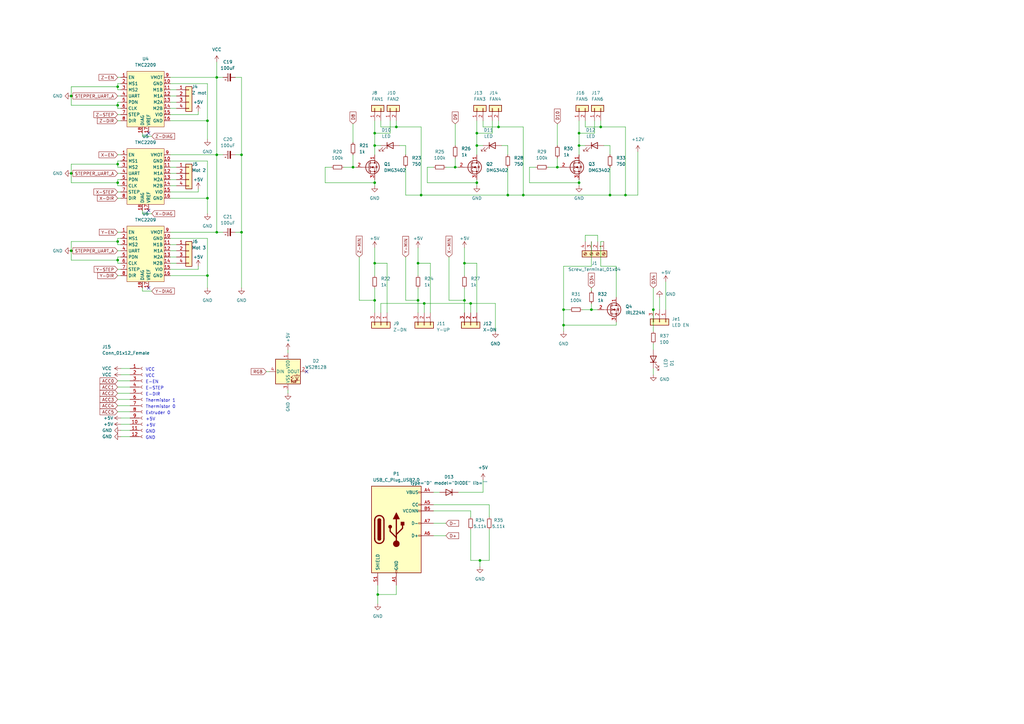
<source format=kicad_sch>
(kicad_sch (version 20230121) (generator eeschema)
  (paper "A3")
  (title_block (title "Prometheus mSLA Apollo IO Schematics") (date "2022-11-11") (rev "R4") (company "TheContrappostoShop") (comment 1 "Paul S. and Sam B."))
  (lib_symbols
    (symbol "Connector:Conn_01x12_Female" (pin_names (offset 1.016) hide)
      (property "Reference" "J" (at 0 15.24 0))
      (property "Value" "Conn_01x12_Female" (at 0 -17.78 0))
      (symbol "Conn_01x12_Female_1_1"
        (pin passive line (at -5.08 12.7 0) (length 3.81) (name "Pin_1") (number "1"))
        (pin passive line (at -5.08 -10.16 0) (length 3.81) (name "Pin_10") (number "10"))
        (pin passive line (at -5.08 -12.7 0) (length 3.81) (name "Pin_11") (number "11"))
        (pin passive line (at -5.08 -15.24 0) (length 3.81) (name "Pin_12") (number "12"))
        (pin passive line (at -5.08 10.16 0) (length 3.81) (name "Pin_2") (number "2"))
        (pin passive line (at -5.08 7.62 0) (length 3.81) (name "Pin_3") (number "3"))
        (pin passive line (at -5.08 5.08 0) (length 3.81) (name "Pin_4") (number "4"))
        (pin passive line (at -5.08 2.54 0) (length 3.81) (name "Pin_5") (number "5"))
        (pin passive line (at -5.08 0 0) (length 3.81) (name "Pin_6") (number "6"))
        (pin passive line (at -5.08 -2.54 0) (length 3.81) (name "Pin_7") (number "7"))
        (pin passive line (at -5.08 -5.08 0) (length 3.81) (name "Pin_8") (number "8"))
        (pin passive line (at -5.08 -7.62 0) (length 3.81) (name "Pin_9") (number "9"))
      )
    )
    (symbol "Connector:Screw_Terminal_01x04" (pin_names (offset 1.016) hide)
      (property "Reference" "J" (at 0 5.08 0))
      (property "Value" "Screw_Terminal_01x04" (at 0 -7.62 0))
      (symbol "Screw_Terminal_01x04_1_1"
        (pin passive line (at -5.08 2.54 0) (length 3.81) (name "Pin_1") (number "1"))
        (pin passive line (at -5.08 0 0) (length 3.81) (name "Pin_2") (number "2"))
        (pin passive line (at -5.08 -2.54 0) (length 3.81) (name "Pin_3") (number "3"))
        (pin passive line (at -5.08 -5.08 0) (length 3.81) (name "Pin_4") (number "4"))
      )
    )
    (symbol "Connector:USB_C_Plug_USB2.0" (pin_names (offset 1.016))
      (property "Reference" "P" (at -10.16 19.05 0))
      (property "Value" "USB_C_Plug_USB2.0" (at 12.7 19.05 0))
      (symbol "USB_C_Plug_USB2.0_1_1"
        (pin passive line (at 0 -22.86 90) (length 5.08) (name "GND") (number "A1"))
        (pin passive line (at 0 -22.86 90) (length 5.08) hide (name "GND") (number "A12"))
        (pin passive line (at 15.24 15.24 180) (length 5.08) (name "VBUS") (number "A4"))
        (pin bidirectional line (at 15.24 10.16 180) (length 5.08) (name "CC") (number "A5"))
        (pin bidirectional line (at 15.24 -2.54 180) (length 5.08) (name "D+") (number "A6"))
        (pin bidirectional line (at 15.24 2.54 180) (length 5.08) (name "D-") (number "A7"))
        (pin passive line (at 15.24 15.24 180) (length 5.08) hide (name "VBUS") (number "A9"))
        (pin passive line (at 0 -22.86 90) (length 5.08) hide (name "GND") (number "B1"))
        (pin passive line (at 0 -22.86 90) (length 5.08) hide (name "GND") (number "B12"))
        (pin passive line (at 15.24 15.24 180) (length 5.08) hide (name "VBUS") (number "B4"))
        (pin bidirectional line (at 15.24 7.62 180) (length 5.08) (name "VCONN") (number "B5"))
        (pin passive line (at 15.24 15.24 180) (length 5.08) hide (name "VBUS") (number "B9"))
        (pin passive line (at -7.62 -22.86 90) (length 5.08) (name "SHIELD") (number "S1"))
      )
    )
    (symbol "Connector_Generic:Conn_01x02" (pin_names (offset 1.016) hide)
      (property "Reference" "J" (at 0 2.54 0))
      (property "Value" "Conn_01x02" (at 0 -5.08 0))
      (symbol "Conn_01x02_1_1"
        (pin passive line (at -5.08 0 0) (length 3.81) (name "Pin_1") (number "1"))
        (pin passive line (at -5.08 -2.54 0) (length 3.81) (name "Pin_2") (number "2"))
      )
    )
    (symbol "Connector_Generic:Conn_01x03" (pin_names (offset 1.016) hide)
      (property "Reference" "J" (at 0 5.08 0))
      (property "Value" "Conn_01x03" (at 0 -5.08 0))
      (symbol "Conn_01x03_1_1"
        (pin passive line (at -5.08 2.54 0) (length 3.81) (name "Pin_1") (number "1"))
        (pin passive line (at -5.08 0 0) (length 3.81) (name "Pin_2") (number "2"))
        (pin passive line (at -5.08 -2.54 0) (length 3.81) (name "Pin_3") (number "3"))
      )
    )
    (symbol "Connector_Generic:Conn_01x04" (pin_names (offset 1.016) hide)
      (property "Reference" "J" (at 0 5.08 0))
      (property "Value" "Conn_01x04" (at 0 -7.62 0))
      (symbol "Conn_01x04_1_1"
        (pin passive line (at -5.08 2.54 0) (length 3.81) (name "Pin_1") (number "1"))
        (pin passive line (at -5.08 0 0) (length 3.81) (name "Pin_2") (number "2"))
        (pin passive line (at -5.08 -2.54 0) (length 3.81) (name "Pin_3") (number "3"))
        (pin passive line (at -5.08 -5.08 0) (length 3.81) (name "Pin_4") (number "4"))
      )
    )
    (symbol "Device:C_Polarized_Small" (pin_numbers hide) (pin_names (offset 0.254) hide)
      (property "Reference" "C" (at 0.254 1.778 0))
      (property "Value" "C_Polarized_Small" (at 0.254 -2.032 0))
      (symbol "C_Polarized_Small_1_1"
        (pin passive line (at 0 2.54 270) (length 1.8542) (name "~") (number "1"))
        (pin passive line (at 0 -2.54 90) (length 1.8542) (name "~") (number "2"))
      )
    )
    (symbol "Device:LED" (pin_numbers hide) (pin_names (offset 1.016) hide)
      (property "Reference" "D" (at 0 2.54 0))
      (property "Value" "LED" (at 0 -2.54 0))
      (symbol "LED_1_1"
        (pin passive line (at -3.81 0 0) (length 2.54) (name "K") (number "1"))
        (pin passive line (at 3.81 0 180) (length 2.54) (name "A") (number "2"))
      )
    )
    (symbol "Device:Q_NMOS_DGS" (pin_names (offset 0) hide)
      (property "Reference" "Q" (at 5.08 1.27 0))
      (property "Value" "Q_NMOS_DGS" (at 5.08 -1.27 0))
      (symbol "Q_NMOS_DGS_1_1"
        (pin passive line (at 2.54 5.08 270) (length 2.54) (name "D") (number "1"))
        (pin input line (at -5.08 0 0) (length 2.54) (name "G") (number "2"))
        (pin passive line (at 2.54 -5.08 90) (length 2.54) (name "S") (number "3"))
      )
    )
    (symbol "Device:R_Small" (pin_numbers hide) (pin_names (offset 0.254) hide)
      (property "Reference" "R" (at 0.762 0.508 0))
      (property "Value" "R_Small" (at 0.762 -1.016 0))
      (symbol "R_Small_1_1"
        (pin passive line (at 0 2.54 270) (length 0.762) (name "~") (number "1"))
        (pin passive line (at 0 -2.54 90) (length 0.762) (name "~") (number "2"))
      )
    )
    (symbol "LED:WS2812B" (pin_names (offset 0.254))
      (property "Reference" "D" (at 5.08 5.715 0))
      (property "Value" "WS2812B" (at 1.27 -5.715 0))
      (symbol "WS2812B_0_0"
        (text "RGB" (at 2.286 -4.191 0) (effects (font (size 0.762 0.762))))
      )
      (symbol "WS2812B_1_1"
        (pin power_in line (at 0 7.62 270) (length 2.54) (name "VDD") (number "1"))
        (pin output line (at 7.62 0 180) (length 2.54) (name "DOUT") (number "2"))
        (pin power_in line (at 0 -7.62 90) (length 2.54) (name "VSS") (number "3"))
        (pin input line (at -7.62 0 0) (length 2.54) (name "DIN") (number "4"))
      )
    )
    (symbol "Prometheus:TMC2209_SilentStepStick"
      (property "Reference" "U5" (at 0 15.24 0))
      (property "Value" "TMC2209_SilentStepStick" (at 0 12.7 0))
      (symbol "TMC2209_SilentStepStick_1_1"
        (pin input line (at -10.16 7.62 0) (length 2.54) (name "EN") (number "1"))
        (pin input line (at 10.16 5.08 180) (length 2.54) (name "GND") (number "10"))
        (pin input line (at 10.16 2.54 180) (length 2.54) (name "M1B") (number "11"))
        (pin input line (at 10.16 0 180) (length 2.54) (name "M1A") (number "12"))
        (pin input line (at 10.16 -2.54 180) (length 2.54) (name "M2A") (number "13"))
        (pin input line (at 10.16 -5.08 180) (length 2.54) (name "M2B") (number "14"))
        (pin input line (at 10.16 -7.62 180) (length 2.54) (name "VIO") (number "15"))
        (pin input line (at 10.16 -10.16 180) (length 2.54) (name "GND") (number "16"))
        (pin bidirectional line (at 1.27 -15.24 90) (length 2.54) (name "VREF") (number "17"))
        (pin input line (at -1.27 -15.24 90) (length 2.54) (name "DIAG") (number "18"))
        (pin input line (at -10.16 5.08 0) (length 2.54) (name "MS1") (number "2"))
        (pin input line (at -10.16 2.54 0) (length 2.54) (name "MS2") (number "3"))
        (pin input line (at -10.16 0 0) (length 2.54) (name "UART") (number "4"))
        (pin input line (at -10.16 -2.54 0) (length 2.54) (name "PDN") (number "5"))
        (pin input line (at -10.16 -5.08 0) (length 2.54) (name "CLK") (number "6"))
        (pin input line (at -10.16 -7.62 0) (length 2.54) (name "STEP") (number "7"))
        (pin input line (at -10.16 -10.16 0) (length 2.54) (name "DIR") (number "8"))
        (pin input line (at 10.16 7.62 180) (length 2.54) (name "VMOT") (number "9"))
      )
    )
    (symbol "Simulation_SPICE:DIODE" (pin_numbers hide) (pin_names (offset 1.016) hide)
      (property "Reference" "D" (at 0 2.54 0))
      (property "Value" "DIODE" (at 0 -2.54 0))
      (symbol "DIODE_1_1"
        (pin passive line (at -3.81 0 0) (length 2.54) (name "A") (number "1"))
        (pin passive line (at 3.81 0 180) (length 2.54) (name "K") (number "2"))
      )
    )
    (symbol "TMC2209_SilentStepStick_1"
      (property "Reference" "U5" (at 0 15.24 0))
      (property "Value" "TMC2209_SilentStepStick" (at 0 12.7 0))
      (symbol "TMC2209_SilentStepStick_1_1_1"
        (pin input line (at -10.16 7.62 0) (length 2.54) (name "EN") (number "1"))
        (pin input line (at 10.16 5.08 180) (length 2.54) (name "GND") (number "10"))
        (pin input line (at 10.16 2.54 180) (length 2.54) (name "M1B") (number "11"))
        (pin input line (at 10.16 0 180) (length 2.54) (name "M1A") (number "12"))
        (pin input line (at 10.16 -2.54 180) (length 2.54) (name "M2A") (number "13"))
        (pin input line (at 10.16 -5.08 180) (length 2.54) (name "M2B") (number "14"))
        (pin input line (at 10.16 -7.62 180) (length 2.54) (name "VIO") (number "15"))
        (pin input line (at 10.16 -10.16 180) (length 2.54) (name "GND") (number "16"))
        (pin bidirectional line (at 1.27 -15.24 90) (length 2.54) (name "VREF") (number "17"))
        (pin input line (at -1.27 -15.24 90) (length 2.54) (name "DIAG") (number "18"))
        (pin input line (at -10.16 5.08 0) (length 2.54) (name "MS1") (number "2"))
        (pin input line (at -10.16 2.54 0) (length 2.54) (name "MS2") (number "3"))
        (pin input line (at -10.16 0 0) (length 2.54) (name "UART") (number "4"))
        (pin input line (at -10.16 -2.54 0) (length 2.54) (name "PDN") (number "5"))
        (pin input line (at -10.16 -5.08 0) (length 2.54) (name "CLK") (number "6"))
        (pin input line (at -10.16 -7.62 0) (length 2.54) (name "STEP") (number "7"))
        (pin input line (at -10.16 -10.16 0) (length 2.54) (name "DIR") (number "8"))
        (pin input line (at 10.16 7.62 180) (length 2.54) (name "VMOT") (number "9"))
      )
    )
    (symbol "TMC2209_SilentStepStick_2"
      (property "Reference" "U5" (at 0 15.24 0))
      (property "Value" "TMC2209_SilentStepStick" (at 0 12.7 0))
      (symbol "TMC2209_SilentStepStick_2_1_1"
        (pin input line (at -10.16 7.62 0) (length 2.54) (name "EN") (number "1"))
        (pin input line (at 10.16 5.08 180) (length 2.54) (name "GND") (number "10"))
        (pin input line (at 10.16 2.54 180) (length 2.54) (name "M1B") (number "11"))
        (pin input line (at 10.16 0 180) (length 2.54) (name "M1A") (number "12"))
        (pin input line (at 10.16 -2.54 180) (length 2.54) (name "M2A") (number "13"))
        (pin input line (at 10.16 -5.08 180) (length 2.54) (name "M2B") (number "14"))
        (pin input line (at 10.16 -7.62 180) (length 2.54) (name "VIO") (number "15"))
        (pin input line (at 10.16 -10.16 180) (length 2.54) (name "GND") (number "16"))
        (pin bidirectional line (at 1.27 -15.24 90) (length 2.54) (name "VREF") (number "17"))
        (pin input line (at -1.27 -15.24 90) (length 2.54) (name "DIAG") (number "18"))
        (pin input line (at -10.16 5.08 0) (length 2.54) (name "MS1") (number "2"))
        (pin input line (at -10.16 2.54 0) (length 2.54) (name "MS2") (number "3"))
        (pin input line (at -10.16 0 0) (length 2.54) (name "UART") (number "4"))
        (pin input line (at -10.16 -2.54 0) (length 2.54) (name "PDN") (number "5"))
        (pin input line (at -10.16 -5.08 0) (length 2.54) (name "CLK") (number "6"))
        (pin input line (at -10.16 -7.62 0) (length 2.54) (name "STEP") (number "7"))
        (pin input line (at -10.16 -10.16 0) (length 2.54) (name "DIR") (number "8"))
        (pin input line (at 10.16 7.62 180) (length 2.54) (name "VMOT") (number "9"))
      )
    )
    (symbol "power:+12V" (power) (pin_names (offset 0))
      (property "Value" "+12V" (at 0 3.556 0))
      (symbol "+12V_1_1"
        (pin power_in line (at 0 0 90) (length 0) hide (name "+12V") (number "1"))
      )
    )
    (symbol "power:+5V" (power) (pin_names (offset 0))
      (property "Value" "+5V" (at 0 3.556 0))
      (symbol "+5V_1_1"
        (pin power_in line (at 0 0 90) (length 0) hide (name "+5V") (number "1"))
      )
    )
    (symbol "power:GND" (power) (pin_names (offset 0))
      (property "Value" "GND" (at 0 -3.81 0))
      (symbol "GND_1_1"
        (pin power_in line (at 0 0 270) (length 0) hide (name "GND") (number "1"))
      )
    )
    (symbol "power:VCC" (power) (pin_names (offset 0))
      (property "Value" "VCC" (at 0 3.81 0))
      (symbol "VCC_1_1"
        (pin power_in line (at 0 0 90) (length 0) hide (name "VCC") (number "1"))
      )
    )
  )
  (junction (at 88.9 63.5))
  (junction (at 85.09 81.28))
  (junction (at 162.56 52.07))
  (junction (at 171.45 107.95))
  (junction (at 48.26 106.68))
  (junction (at 204.47 52.07))
  (junction (at 171.45 123.19))
  (junction (at 85.09 49.53))
  (junction (at 172.72 80.01))
  (junction (at 173.99 124.46))
  (junction (at 99.06 63.5))
  (junction (at 237.49 74.93))
  (junction (at 256.54 80.01))
  (junction (at 246.38 52.07))
  (junction (at 250.19 80.01))
  (junction (at 193.04 124.46))
  (junction (at 237.49 54.61))
  (junction (at 144.78 68.58))
  (junction (at 195.58 74.93))
  (junction (at 48.26 67.31))
  (junction (at 29.21 102.87))
  (junction (at 29.21 39.37))
  (junction (at 99.06 95.25))
  (junction (at 214.63 80.01))
  (junction (at 231.14 127))
  (junction (at 190.5 123.19))
  (junction (at 196.85 229.87))
  (junction (at 48.26 99.06))
  (junction (at 208.28 80.01))
  (junction (at 29.21 71.12))
  (junction (at 48.26 74.93))
  (junction (at 85.09 113.03))
  (junction (at 88.9 95.25))
  (junction (at 153.67 54.61))
  (junction (at 237.49 59.69))
  (junction (at 153.67 123.19))
  (junction (at 267.97 127))
  (junction (at 153.67 74.93))
  (junction (at 48.26 43.18))
  (junction (at 153.67 107.95))
  (junction (at 153.67 59.69))
  (junction (at 48.26 35.56))
  (junction (at 186.69 68.58))
  (junction (at 228.6 68.58))
  (junction (at 242.57 127))
  (junction (at 154.94 243.84))
  (junction (at 231.14 133.35))
  (junction (at 195.58 54.61))
  (junction (at 195.58 59.69))
  (junction (at 88.9 31.75))
  (junction (at 190.5 107.95))
  (no_connect (at 60.96 54.61))
  (no_connect (at 125.73 152.4))
  (no_connect (at 60.96 86.36))
  (no_connect (at 60.96 118.11))
  (wire (pts (xy 140.97 68.58) (xy 144.78 68.58)))
  (wire (pts (xy 177.8 207.01) (xy 200.66 207.01)))
  (wire (pts (xy 85.09 113.03) (xy 69.85 113.03)))
  (wire (pts (xy 238.76 127) (xy 242.57 127)))
  (wire (pts (xy 231.14 133.35) (xy 231.14 135.89)))
  (wire (pts (xy 240.03 96.52) (xy 245.11 96.52)))
  (wire (pts (xy 172.72 52.07) (xy 172.72 80.01)))
  (wire (pts (xy 81.28 45.72) (xy 81.28 46.99)))
  (wire (pts (xy 250.19 68.58) (xy 250.19 80.01)))
  (wire (pts (xy 81.28 78.74) (xy 69.85 78.74)))
  (wire (pts (xy 195.58 128.27) (xy 195.58 107.95)))
  (wire (pts (xy 224.79 68.58) (xy 228.6 68.58)))
  (wire (pts (xy 171.45 101.6) (xy 171.45 107.95)))
  (wire (pts (xy 153.67 54.61) (xy 153.67 59.69)))
  (wire (pts (xy 204.47 52.07) (xy 204.47 49.53)))
  (wire (pts (xy 85.09 97.79) (xy 85.09 113.03)))
  (wire (pts (xy 186.69 50.8) (xy 186.69 59.69)))
  (wire (pts (xy 153.67 74.93) (xy 153.67 76.2)))
  (wire (pts (xy 156.21 124.46) (xy 173.99 124.46)))
  (wire (pts (xy 195.58 73.66) (xy 195.58 74.93)))
  (wire (pts (xy 182.88 68.58) (xy 186.69 68.58)))
  (wire (pts (xy 243.84 49.53) (xy 243.84 54.61)))
  (wire (pts (xy 245.11 96.52) (xy 245.11 99.06)))
  (wire (pts (xy 198.12 201.93) (xy 187.96 201.93)))
  (wire (pts (xy 196.85 229.87) (xy 196.85 232.41)))
  (wire (pts (xy 147.32 105.41) (xy 147.32 123.19)))
  (wire (pts (xy 228.6 50.8) (xy 228.6 59.69)))
  (wire (pts (xy 193.04 128.27) (xy 193.04 124.46)))
  (wire (pts (xy 162.56 243.84) (xy 154.94 243.84)))
  (wire (pts (xy 72.39 73.66) (xy 69.85 73.66)))
  (wire (pts (xy 198.12 196.85) (xy 198.12 201.93)))
  (wire (pts (xy 261.62 62.23) (xy 261.62 80.01)))
  (wire (pts (xy 62.23 55.88) (xy 58.42 55.88)))
  (wire (pts (xy 48.26 106.68) (xy 48.26 107.95)))
  (wire (pts (xy 49.53 173.99) (xy 53.34 173.99)))
  (wire (pts (xy 69.85 63.5) (xy 88.9 63.5)))
  (wire (pts (xy 29.21 102.87) (xy 29.21 99.06)))
  (wire (pts (xy 237.49 54.61) (xy 237.49 59.69)))
  (wire (pts (xy 48.26 97.79) (xy 48.26 99.06)))
  (wire (pts (xy 72.39 76.2) (xy 69.85 76.2)))
  (wire (pts (xy 153.67 59.69) (xy 153.67 63.5)))
  (wire (pts (xy 242.57 124.46) (xy 242.57 127)))
  (wire (pts (xy 48.26 78.74) (xy 49.53 78.74)))
  (wire (pts (xy 252.73 109.22) (xy 252.73 121.92)))
  (wire (pts (xy 267.97 151.13) (xy 267.97 153.67)))
  (wire (pts (xy 240.03 99.06) (xy 240.03 96.52)))
  (wire (pts (xy 69.85 34.29) (xy 85.09 34.29)))
  (wire (pts (xy 154.94 240.03) (xy 154.94 243.84)))
  (wire (pts (xy 186.69 64.77) (xy 186.69 68.58)))
  (wire (pts (xy 166.37 105.41) (xy 166.37 123.19)))
  (wire (pts (xy 217.17 74.93) (xy 237.49 74.93)))
  (wire (pts (xy 237.49 49.53) (xy 237.49 54.61)))
  (wire (pts (xy 162.56 52.07) (xy 172.72 52.07)))
  (wire (pts (xy 177.8 214.63) (xy 182.88 214.63)))
  (wire (pts (xy 203.2 135.89) (xy 203.2 124.46)))
  (wire (pts (xy 48.26 106.68) (xy 29.21 106.68)))
  (wire (pts (xy 242.57 109.22) (xy 242.57 99.06)))
  (wire (pts (xy 48.26 44.45) (xy 48.26 43.18)))
  (wire (pts (xy 214.63 52.07) (xy 214.63 80.01)))
  (wire (pts (xy 81.28 110.49) (xy 69.85 110.49)))
  (wire (pts (xy 173.99 124.46) (xy 173.99 128.27)))
  (wire (pts (xy 48.26 39.37) (xy 49.53 39.37)))
  (wire (pts (xy 256.54 80.01) (xy 250.19 80.01)))
  (wire (pts (xy 88.9 95.25) (xy 88.9 63.5)))
  (wire (pts (xy 29.21 74.93) (xy 29.21 71.12)))
  (wire (pts (xy 133.35 74.93) (xy 153.67 74.93)))
  (wire (pts (xy 204.47 52.07) (xy 214.63 52.07)))
  (wire (pts (xy 198.12 59.69) (xy 195.58 59.69)))
  (wire (pts (xy 85.09 49.53) (xy 69.85 49.53)))
  (wire (pts (xy 48.26 107.95) (xy 49.53 107.95)))
  (wire (pts (xy 153.67 118.11) (xy 153.67 123.19)))
  (wire (pts (xy 171.45 107.95) (xy 171.45 113.03)))
  (wire (pts (xy 48.26 156.21) (xy 53.34 156.21)))
  (wire (pts (xy 49.53 151.13) (xy 53.34 151.13)))
  (wire (pts (xy 158.75 107.95) (xy 153.67 107.95)))
  (wire (pts (xy 246.38 52.07) (xy 246.38 49.53)))
  (wire (pts (xy 153.67 123.19) (xy 153.67 128.27)))
  (wire (pts (xy 69.85 97.79) (xy 85.09 97.79)))
  (wire (pts (xy 72.39 107.95) (xy 69.85 107.95)))
  (wire (pts (xy 144.78 50.8) (xy 144.78 58.42)))
  (wire (pts (xy 190.5 118.11) (xy 190.5 123.19)))
  (wire (pts (xy 99.06 63.5) (xy 99.06 95.25)))
  (wire (pts (xy 201.93 49.53) (xy 201.93 54.61)))
  (wire (pts (xy 166.37 123.19) (xy 171.45 123.19)))
  (wire (pts (xy 135.89 68.58) (xy 133.35 68.58)))
  (wire (pts (xy 49.53 105.41) (xy 48.26 105.41)))
  (wire (pts (xy 231.14 127) (xy 233.68 127)))
  (wire (pts (xy 85.09 66.04) (xy 85.09 81.28)))
  (wire (pts (xy 261.62 80.01) (xy 256.54 80.01)))
  (wire (pts (xy 88.9 31.75) (xy 91.44 31.75)))
  (wire (pts (xy 250.19 59.69) (xy 250.19 63.5)))
  (wire (pts (xy 147.32 123.19) (xy 153.67 123.19)))
  (wire (pts (xy 48.26 81.28) (xy 49.53 81.28)))
  (wire (pts (xy 72.39 36.83) (xy 69.85 36.83)))
  (wire (pts (xy 247.65 99.06) (xy 246.38 99.06)))
  (wire (pts (xy 214.63 80.01) (xy 208.28 80.01)))
  (wire (pts (xy 267.97 118.11) (xy 267.97 127)))
  (wire (pts (xy 88.9 31.75) (xy 88.9 25.4)))
  (wire (pts (xy 195.58 74.93) (xy 195.58 76.2)))
  (wire (pts (xy 49.53 97.79) (xy 48.26 97.79)))
  (wire (pts (xy 177.8 219.71) (xy 182.88 219.71)))
  (wire (pts (xy 198.12 49.53) (xy 198.12 52.07)))
  (wire (pts (xy 48.26 113.03) (xy 49.53 113.03)))
  (wire (pts (xy 156.21 128.27) (xy 156.21 124.46)))
  (wire (pts (xy 156.21 59.69) (xy 153.67 59.69)))
  (wire (pts (xy 243.84 54.61) (xy 237.49 54.61)))
  (wire (pts (xy 48.26 102.87) (xy 49.53 102.87)))
  (wire (pts (xy 99.06 31.75) (xy 99.06 63.5)))
  (wire (pts (xy 99.06 95.25) (xy 99.06 118.11)))
  (wire (pts (xy 195.58 54.61) (xy 195.58 59.69)))
  (wire (pts (xy 240.03 52.07) (xy 246.38 52.07)))
  (wire (pts (xy 48.26 76.2) (xy 48.26 74.93)))
  (wire (pts (xy 231.14 109.22) (xy 231.14 127)))
  (wire (pts (xy 81.28 109.22) (xy 81.28 110.49)))
  (wire (pts (xy 176.53 107.95) (xy 171.45 107.95)))
  (wire (pts (xy 166.37 59.69) (xy 163.83 59.69)))
  (wire (pts (xy 48.26 99.06) (xy 48.26 100.33)))
  (wire (pts (xy 172.72 80.01) (xy 208.28 80.01)))
  (wire (pts (xy 48.26 71.12) (xy 49.53 71.12)))
  (wire (pts (xy 153.67 107.95) (xy 153.67 113.03)))
  (wire (pts (xy 176.53 128.27) (xy 176.53 107.95)))
  (wire (pts (xy 166.37 80.01) (xy 172.72 80.01)))
  (wire (pts (xy 158.75 128.27) (xy 158.75 107.95)))
  (wire (pts (xy 190.5 101.6) (xy 190.5 107.95)))
  (wire (pts (xy 29.21 106.68) (xy 29.21 102.87)))
  (wire (pts (xy 85.09 57.15) (xy 85.09 49.53)))
  (wire (pts (xy 58.42 87.63) (xy 62.23 87.63)))
  (wire (pts (xy 133.35 68.58) (xy 133.35 74.93)))
  (wire (pts (xy 48.26 166.37) (xy 53.34 166.37)))
  (wire (pts (xy 69.85 95.25) (xy 88.9 95.25)))
  (wire (pts (xy 49.53 176.53) (xy 53.34 176.53)))
  (wire (pts (xy 109.22 152.4) (xy 110.49 152.4)))
  (wire (pts (xy 193.04 229.87) (xy 196.85 229.87)))
  (wire (pts (xy 246.38 109.22) (xy 252.73 109.22)))
  (wire (pts (xy 195.58 59.69) (xy 195.58 63.5)))
  (wire (pts (xy 195.58 49.53) (xy 195.58 54.61)))
  (wire (pts (xy 72.39 71.12) (xy 69.85 71.12)))
  (wire (pts (xy 177.8 68.58) (xy 175.26 68.58)))
  (wire (pts (xy 144.78 63.5) (xy 144.78 68.58)))
  (wire (pts (xy 208.28 80.01) (xy 208.28 68.58)))
  (wire (pts (xy 48.26 100.33) (xy 49.53 100.33)))
  (wire (pts (xy 166.37 63.5) (xy 166.37 59.69)))
  (wire (pts (xy 242.57 118.11) (xy 242.57 119.38)))
  (wire (pts (xy 48.26 95.25) (xy 49.53 95.25)))
  (wire (pts (xy 29.21 67.31) (xy 48.26 67.31)))
  (wire (pts (xy 154.94 243.84) (xy 154.94 247.65)))
  (wire (pts (xy 48.26 46.99) (xy 49.53 46.99)))
  (wire (pts (xy 48.26 74.93) (xy 48.26 73.66)))
  (wire (pts (xy 96.52 31.75) (xy 99.06 31.75)))
  (wire (pts (xy 48.26 36.83) (xy 48.26 35.56)))
  (wire (pts (xy 196.85 229.87) (xy 200.66 229.87)))
  (wire (pts (xy 242.57 127) (xy 245.11 127)))
  (wire (pts (xy 166.37 68.58) (xy 166.37 80.01)))
  (wire (pts (xy 193.04 209.55) (xy 177.8 209.55)))
  (wire (pts (xy 267.97 127) (xy 267.97 135.89)))
  (wire (pts (xy 85.09 118.11) (xy 85.09 113.03)))
  (wire (pts (xy 48.26 41.91) (xy 49.53 41.91)))
  (wire (pts (xy 156.21 49.53) (xy 156.21 52.07)))
  (wire (pts (xy 49.53 171.45) (xy 53.34 171.45)))
  (wire (pts (xy 153.67 73.66) (xy 153.67 74.93)))
  (wire (pts (xy 48.26 110.49) (xy 49.53 110.49)))
  (wire (pts (xy 58.42 118.11) (xy 58.42 119.38)))
  (wire (pts (xy 48.26 31.75) (xy 49.53 31.75)))
  (wire (pts (xy 252.73 133.35) (xy 231.14 133.35)))
  (wire (pts (xy 208.28 63.5) (xy 208.28 59.69)))
  (wire (pts (xy 85.09 81.28) (xy 85.09 87.63)))
  (wire (pts (xy 240.03 59.69) (xy 237.49 59.69)))
  (wire (pts (xy 231.14 133.35) (xy 231.14 127)))
  (wire (pts (xy 88.9 63.5) (xy 91.44 63.5)))
  (wire (pts (xy 153.67 101.6) (xy 153.67 107.95)))
  (wire (pts (xy 85.09 34.29) (xy 85.09 49.53)))
  (wire (pts (xy 81.28 46.99) (xy 69.85 46.99)))
  (wire (pts (xy 190.5 123.19) (xy 190.5 128.27)))
  (wire (pts (xy 69.85 31.75) (xy 88.9 31.75)))
  (wire (pts (xy 48.26 66.04) (xy 49.53 66.04)))
  (wire (pts (xy 184.15 123.19) (xy 190.5 123.19)))
  (wire (pts (xy 49.53 36.83) (xy 48.26 36.83)))
  (wire (pts (xy 231.14 109.22) (xy 242.57 109.22)))
  (wire (pts (xy 96.52 95.25) (xy 99.06 95.25)))
  (wire (pts (xy 96.52 63.5) (xy 99.06 63.5)))
  (wire (pts (xy 252.73 132.08) (xy 252.73 133.35)))
  (wire (pts (xy 153.67 49.53) (xy 153.67 54.61)))
  (wire (pts (xy 29.21 71.12) (xy 29.21 67.31)))
  (wire (pts (xy 193.04 124.46) (xy 173.99 124.46)))
  (wire (pts (xy 219.71 68.58) (xy 217.17 68.58)))
  (wire (pts (xy 48.26 34.29) (xy 49.53 34.29)))
  (wire (pts (xy 237.49 59.69) (xy 237.49 63.5)))
  (wire (pts (xy 228.6 68.58) (xy 229.87 68.58)))
  (wire (pts (xy 246.38 52.07) (xy 256.54 52.07)))
  (wire (pts (xy 48.26 73.66) (xy 49.53 73.66)))
  (wire (pts (xy 72.39 39.37) (xy 69.85 39.37)))
  (wire (pts (xy 200.66 229.87) (xy 200.66 217.17)))
  (wire (pts (xy 195.58 107.95) (xy 190.5 107.95)))
  (wire (pts (xy 160.02 54.61) (xy 153.67 54.61)))
  (wire (pts (xy 118.11 160.02) (xy 118.11 161.29)))
  (wire (pts (xy 256.54 52.07) (xy 256.54 80.01)))
  (wire (pts (xy 171.45 118.11) (xy 171.45 123.19)))
  (wire (pts (xy 48.26 43.18) (xy 29.21 43.18)))
  (wire (pts (xy 201.93 54.61) (xy 195.58 54.61)))
  (wire (pts (xy 48.26 161.29) (xy 53.34 161.29)))
  (wire (pts (xy 144.78 68.58) (xy 146.05 68.58)))
  (wire (pts (xy 72.39 44.45) (xy 69.85 44.45)))
  (wire (pts (xy 203.2 124.46) (xy 193.04 124.46)))
  (wire (pts (xy 81.28 77.47) (xy 81.28 78.74)))
  (wire (pts (xy 208.28 59.69) (xy 205.74 59.69)))
  (wire (pts (xy 175.26 68.58) (xy 175.26 74.93)))
  (wire (pts (xy 72.39 41.91) (xy 69.85 41.91)))
  (wire (pts (xy 171.45 123.19) (xy 171.45 128.27)))
  (wire (pts (xy 48.26 105.41) (xy 48.26 106.68)))
  (wire (pts (xy 270.51 121.92) (xy 270.51 127)))
  (wire (pts (xy 48.26 49.53) (xy 49.53 49.53)))
  (wire (pts (xy 72.39 102.87) (xy 69.85 102.87)))
  (wire (pts (xy 29.21 39.37) (xy 29.21 35.56)))
  (wire (pts (xy 246.38 99.06) (xy 246.38 109.22)))
  (wire (pts (xy 49.53 68.58) (xy 48.26 68.58)))
  (wire (pts (xy 156.21 52.07) (xy 162.56 52.07)))
  (wire (pts (xy 217.17 68.58) (xy 217.17 74.93)))
  (wire (pts (xy 273.05 115.57) (xy 273.05 127)))
  (wire (pts (xy 48.26 35.56) (xy 48.26 34.29)))
  (wire (pts (xy 160.02 49.53) (xy 160.02 54.61)))
  (wire (pts (xy 49.53 153.67) (xy 53.34 153.67)))
  (wire (pts (xy 186.69 68.58) (xy 187.96 68.58)))
  (wire (pts (xy 200.66 207.01) (xy 200.66 212.09)))
  (wire (pts (xy 250.19 80.01) (xy 214.63 80.01)))
  (wire (pts (xy 240.03 49.53) (xy 240.03 52.07)))
  (wire (pts (xy 198.12 52.07) (xy 204.47 52.07)))
  (wire (pts (xy 180.34 201.93) (xy 177.8 201.93)))
  (wire (pts (xy 175.26 74.93) (xy 195.58 74.93)))
  (wire (pts (xy 48.26 63.5) (xy 49.53 63.5)))
  (wire (pts (xy 247.65 59.69) (xy 250.19 59.69)))
  (wire (pts (xy 48.26 158.75) (xy 53.34 158.75)))
  (wire (pts (xy 48.26 67.31) (xy 48.26 66.04)))
  (wire (pts (xy 48.26 168.91) (xy 53.34 168.91)))
  (wire (pts (xy 69.85 66.04) (xy 85.09 66.04)))
  (wire (pts (xy 193.04 212.09) (xy 193.04 209.55)))
  (wire (pts (xy 49.53 76.2) (xy 48.26 76.2)))
  (wire (pts (xy 118.11 143.51) (xy 118.11 144.78)))
  (wire (pts (xy 184.15 105.41) (xy 184.15 123.19)))
  (wire (pts (xy 29.21 35.56) (xy 48.26 35.56)))
  (wire (pts (xy 190.5 107.95) (xy 190.5 113.03)))
  (wire (pts (xy 48.26 43.18) (xy 48.26 41.91)))
  (wire (pts (xy 72.39 105.41) (xy 69.85 105.41)))
  (wire (pts (xy 237.49 74.93) (xy 237.49 76.2)))
  (wire (pts (xy 162.56 49.53) (xy 162.56 52.07)))
  (wire (pts (xy 267.97 140.97) (xy 267.97 143.51)))
  (wire (pts (xy 88.9 63.5) (xy 88.9 31.75)))
  (wire (pts (xy 58.42 55.88) (xy 58.42 54.61)))
  (wire (pts (xy 49.53 44.45) (xy 48.26 44.45)))
  (wire (pts (xy 69.85 81.28) (xy 85.09 81.28)))
  (wire (pts (xy 58.42 119.38) (xy 62.23 119.38)))
  (wire (pts (xy 48.26 74.93) (xy 29.21 74.93)))
  (wire (pts (xy 29.21 99.06) (xy 48.26 99.06)))
  (wire (pts (xy 58.42 86.36) (xy 58.42 87.63)))
  (wire (pts (xy 49.53 179.07) (xy 53.34 179.07)))
  (wire (pts (xy 88.9 95.25) (xy 91.44 95.25)))
  (wire (pts (xy 162.56 240.03) (xy 162.56 243.84)))
  (wire (pts (xy 48.26 163.83) (xy 53.34 163.83)))
  (wire (pts (xy 237.49 73.66) (xy 237.49 74.93)))
  (wire (pts (xy 228.6 64.77) (xy 228.6 68.58)))
  (wire (pts (xy 193.04 217.17) (xy 193.04 229.87)))
  (wire (pts (xy 29.21 43.18) (xy 29.21 39.37)))
  (wire (pts (xy 72.39 68.58) (xy 69.85 68.58)))
  (wire (pts (xy 48.26 68.58) (xy 48.26 67.31)))
  (wire (pts (xy 72.39 100.33) (xy 69.85 100.33)))
  (text "+5V" (at 59.69 175.26 0) (effects (font (size 1.27 1.27)) (justify left bottom)))
  (text "E-EN" (at 59.69 157.48 0) (effects (font (size 1.27 1.27)) (justify left bottom)))
  (text "Extruder 0" (at 59.69 170.18 0) (effects (font (size 1.27 1.27)) (justify left bottom)))
  (text "VCC" (at 59.69 152.4 0) (effects (font (size 1.27 1.27)) (justify left bottom)))
  (text "Thermistor 0" (at 59.69 167.64 0) (effects (font (size 1.27 1.27)) (justify left bottom)))
  (text "GND" (at 59.69 177.8 0) (effects (font (size 1.27 1.27)) (justify left bottom)))
  (text "VCC" (at 59.69 154.94 0) (effects (font (size 1.27 1.27)) (justify left bottom)))
  (text "GND" (at 59.69 180.34 0) (effects (font (size 1.27 1.27)) (justify left bottom)))
  (text "Thermistor 1" (at 59.69 165.1 0) (effects (font (size 1.27 1.27)) (justify left bottom)))
  (text "E-DIR" (at 59.69 162.56 0) (effects (font (size 1.27 1.27)) (justify left bottom)))
  (text "+5V" (at 59.69 172.72 0) (effects (font (size 1.27 1.27)) (justify left bottom)))
  (text "E-STEP" (at 59.69 160.02 0) (effects (font (size 1.27 1.27)) (justify left bottom)))
  (global_label "D+" (shape input) (at 182.88 219.71 0) (property "Intersheetrefs" "${INTERSHEET_REFS}" (effects hide)))
  (global_label "STEPPER_UART_A" (shape input) (at 48.26 39.37 180) (property "Intersheetrefs" "${INTERSHEET_REFS}" (effects hide)))
  (global_label "ACC4" (shape input) (at 48.26 166.37 180) (property "Intersheetrefs" "${INTERSHEET_REFS}" (effects hide)))
  (global_label "Y-STEP" (shape input) (at 48.26 110.49 180) (property "Intersheetrefs" "${INTERSHEET_REFS}" (effects hide)))
  (global_label "D9" (shape input) (at 186.69 50.8 90) (property "Intersheetrefs" "${INTERSHEET_REFS}" (effects hide)))
  (global_label "STEPPER_UART_A" (shape input) (at 48.26 71.12 180) (property "Intersheetrefs" "${INTERSHEET_REFS}" (effects hide)))
  (global_label "X-DIAG" (shape input) (at 62.23 87.63 0) (property "Intersheetrefs" "${INTERSHEET_REFS}" (effects hide)))
  (global_label "Y-MIN" (shape input) (at 166.37 105.41 90) (property "Intersheetrefs" "${INTERSHEET_REFS}" (effects hide)))
  (global_label "Z-DIR" (shape input) (at 48.26 49.53 180) (property "Intersheetrefs" "${INTERSHEET_REFS}" (effects hide)))
  (global_label "Z-STEP" (shape input) (at 48.26 46.99 180) (property "Intersheetrefs" "${INTERSHEET_REFS}" (effects hide)))
  (global_label "ACC2" (shape input) (at 48.26 161.29 180) (property "Intersheetrefs" "${INTERSHEET_REFS}" (effects hide)))
  (global_label "D34" (shape input) (at 267.97 118.11 90) (property "Intersheetrefs" "${INTERSHEET_REFS}" (effects hide)))
  (global_label "D8" (shape input) (at 144.78 50.8 90) (property "Intersheetrefs" "${INTERSHEET_REFS}" (effects hide)))
  (global_label "Z-EN" (shape input) (at 48.26 31.75 180) (property "Intersheetrefs" "${INTERSHEET_REFS}" (effects hide)))
  (global_label "X-STEP" (shape input) (at 48.26 78.74 180) (property "Intersheetrefs" "${INTERSHEET_REFS}" (effects hide)))
  (global_label "STEPPER_UART_A" (shape input) (at 48.26 102.87 180) (property "Intersheetrefs" "${INTERSHEET_REFS}" (effects hide)))
  (global_label "Y-EN" (shape input) (at 48.26 95.25 180) (property "Intersheetrefs" "${INTERSHEET_REFS}" (effects hide)))
  (global_label "Z-MIN" (shape input) (at 147.32 105.41 90) (property "Intersheetrefs" "${INTERSHEET_REFS}" (effects hide)))
  (global_label "RGB" (shape input) (at 109.22 152.4 180) (property "Intersheetrefs" "${INTERSHEET_REFS}" (effects hide)))
  (global_label "D34" (shape input) (at 242.57 118.11 90) (property "Intersheetrefs" "${INTERSHEET_REFS}" (effects hide)))
  (global_label "X-DIR" (shape input) (at 48.26 81.28 180) (property "Intersheetrefs" "${INTERSHEET_REFS}" (effects hide)))
  (global_label "ACC5" (shape input) (at 48.26 168.91 180) (property "Intersheetrefs" "${INTERSHEET_REFS}" (effects hide)))
  (global_label "X-MIN" (shape input) (at 184.15 105.41 90) (property "Intersheetrefs" "${INTERSHEET_REFS}" (effects hide)))
  (global_label "ACC0" (shape input) (at 48.26 156.21 180) (property "Intersheetrefs" "${INTERSHEET_REFS}" (effects hide)))
  (global_label "D10" (shape input) (at 228.6 50.8 90) (property "Intersheetrefs" "${INTERSHEET_REFS}" (effects hide)))
  (global_label "ACC3" (shape input) (at 48.26 163.83 180) (property "Intersheetrefs" "${INTERSHEET_REFS}" (effects hide)))
  (global_label "Z-DIAG" (shape input) (at 62.23 55.88 0) (property "Intersheetrefs" "${INTERSHEET_REFS}" (effects hide)))
  (global_label "Y-DIR" (shape input) (at 48.26 113.03 180) (property "Intersheetrefs" "${INTERSHEET_REFS}" (effects hide)))
  (global_label "X-EN" (shape input) (at 48.26 63.5 180) (property "Intersheetrefs" "${INTERSHEET_REFS}" (effects hide)))
  (global_label "Y-DIAG" (shape input) (at 62.23 119.38 0) (property "Intersheetrefs" "${INTERSHEET_REFS}" (effects hide)))
  (global_label "D-" (shape input) (at 182.88 214.63 0) (property "Intersheetrefs" "${INTERSHEET_REFS}" (effects hide)))
  (global_label "ACC1" (shape input) (at 48.26 158.75 180) (property "Intersheetrefs" "${INTERSHEET_REFS}" (effects hide)))
  (symbol (lib_id "power:+5V") (at 81.28 77.47 0) (unit 1)
    (property "Reference" "#PWR037" (effects hide))
    (property "Value" "+5V" (at 81.28 73.66 0))
  )
  (symbol (lib_id "Device:R_Small") (at 138.43 68.58 90) (unit 1)
    (property "Reference" "R20" (at 138.43 62.23 90))
    (property "Value" "100k" (at 138.43 64.77 90))
    (property "Footprint" "Resistor_SMD:R_0603_1608Metric" (effects hide))
  )
  (symbol (lib_id "power:+5V") (at 153.67 101.6 0) (unit 1)
    (property "Reference" "#PWR047" (effects hide))
    (property "Value" "+5V" (at 153.67 97.79 0))
  )
  (symbol (lib_id "Device:R_Small") (at 190.5 115.57 0) (unit 1)
    (property "Reference" "R27" (at 193.04 114.2999 0) (effects (justify left)))
    (property "Value" "1k" (at 193.04 116.8399 0) (effects (justify left)))
    (property "Footprint" "Resistor_SMD:R_0603_1608Metric" (effects hide))
  )
  (symbol (lib_id "power:GND") (at 195.58 76.2 0) (unit 1)
    (property "Reference" "#PWR050" (effects hide))
    (property "Value" "GND" (at 195.58 81.28 0))
  )
  (symbol (lib_id "power:GND") (at 118.11 161.29 0) (unit 1)
    (property "Reference" "#PWR0156" (effects hide))
    (property "Value" "GND" (at 118.11 168.91 90) (effects (justify left)))
  )
  (symbol (lib_id "Connector_Generic:Conn_01x02") (at 160.02 44.45 90) (unit 1)
    (property "Reference" "J10" (at 158.75 38.1 90) (effects (justify right)))
    (property "Value" "FAN2" (at 158.75 40.64 90) (effects (justify right)))
    (property "Footprint" "Connector_Molex:Molex_KK-254_AE-6410-02A_1x02_P2.54mm_Vertical" (effects hide))
  )
  (symbol (lib_id "Connector_Generic:Conn_01x02") (at 237.49 44.45 90) (unit 1)
    (property "Reference" "J16" (at 236.22 38.1 90) (effects (justify right)))
    (property "Value" "FAN5" (at 236.22 40.64 90) (effects (justify right)))
    (property "Footprint" "Connector_Molex:Molex_KK-254_AE-6410-02A_1x02_P2.54mm_Vertical" (effects hide))
  )
  (symbol (lib_id "Connector_Generic:Conn_01x03") (at 156.21 133.35 270) (unit 1)
    (property "Reference" "J9" (at 161.29 132.715 90) (effects (justify left)))
    (property "Value" "Z-DN" (at 161.29 135.255 90) (effects (justify left)))
    (property "Footprint" "Connector_Molex:Molex_KK-254_AE-6410-03A_1x03_P2.54mm_Vertical" (effects hide))
  )
  (symbol (lib_id "Device:C_Polarized_Small") (at 93.98 31.75 90) (unit 1)
    (property "Reference" "C19" (at 93.4339 25.4 90))
    (property "Value" "100uF" (at 93.4339 27.94 90))
    (property "Footprint" "Capacitor_SMD:CP_Elec_6.3x7.7" (effects hide))
  )
  (symbol (lib_id "Connector_Generic:Conn_01x02") (at 153.67 44.45 90) (unit 1)
    (property "Reference" "J8" (at 152.4 38.1 90) (effects (justify right)))
    (property "Value" "FAN1" (at 152.4 40.64 90) (effects (justify right)))
    (property "Footprint" "Connector_Molex:Molex_KK-254_AE-6410-02A_1x02_P2.54mm_Vertical" (effects hide))
  )
  (symbol (lib_id "Device:Q_NMOS_DGS") (at 151.13 68.58 0) (unit 1)
    (property "Reference" "Q1" (at 157.48 67.3099 0) (effects (justify left)))
    (property "Value" "DMG3402" (at 157.48 69.8499 0) (effects (justify left)))
    (property "Footprint" "Package_TO_SOT_SMD:SOT-23" (effects hide))
  )
  (symbol (lib_id "Device:R_Small") (at 200.66 214.63 0) (unit 1)
    (property "Reference" "R35" (at 204.47 213.36 0))
    (property "Value" "5.11k" (at 204.47 215.9 0))
    (property "Footprint" "Resistor_SMD:R_0603_1608Metric" (effects hide))
  )
  (symbol (lib_id "Device:C_Polarized_Small") (at 93.98 95.25 90) (unit 1)
    (property "Reference" "C21" (at 93.4339 88.9 90))
    (property "Value" "100uF" (at 93.4339 91.44 90))
    (property "Footprint" "Capacitor_SMD:CP_Elec_6.3x7.7" (effects hide))
  )
  (symbol (lib_name "TMC2209_SilentStepStick_2") (lib_id "Prometheus:TMC2209_SilentStepStick") (at 59.69 39.37 0) (unit 1)
    (property "Reference" "U4" (at 59.69 24.13 0))
    (property "Value" "TMC2209" (at 59.69 26.67 0))
    (property "Footprint" "Prometheus:TMC2209 SilentStepStick" (effects hide))
  )
  (symbol (lib_id "Connector_Generic:Conn_01x03") (at 270.51 132.08 270) (unit 1)
    (property "Reference" "Je1" (at 275.59 130.8099 90) (effects (justify left)))
    (property "Value" "LED EN" (at 275.59 133.3499 90) (effects (justify left)))
    (property "Footprint" "Connector_Molex:Molex_KK-254_AE-6410-03A_1x03_P2.54mm_Vertical" (effects hide))
  )
  (symbol (lib_id "Device:R_Small") (at 250.19 66.04 0) (unit 1)
    (property "Reference" "R33" (at 252.73 64.7699 0) (effects (justify left)))
    (property "Value" "750" (at 252.73 67.3099 0) (effects (justify left)))
    (property "Footprint" "Resistor_SMD:R_0603_1608Metric" (effects hide))
  )
  (symbol (lib_id "power:GND") (at 29.21 39.37 270) (unit 1)
    (property "Reference" "#PWR0144" (effects hide))
    (property "Value" "GND" (at 21.59 39.37 90) (effects (justify left)))
  )
  (symbol (lib_id "Device:R_Small") (at 153.67 115.57 0) (unit 1)
    (property "Reference" "R22" (at 156.21 114.2999 0) (effects (justify left)))
    (property "Value" "1k" (at 156.21 116.8399 0) (effects (justify left)))
    (property "Footprint" "Resistor_SMD:R_0603_1608Metric" (effects hide))
  )
  (symbol (lib_id "power:+5V") (at 49.53 171.45 90) (unit 1)
    (property "Reference" "#PWR0153" (effects hide))
    (property "Value" "+5V" (at 44.45 171.45 90))
  )
  (symbol (lib_id "power:GND") (at 29.21 102.87 270) (unit 1)
    (property "Reference" "#PWR0142" (effects hide))
    (property "Value" "GND" (at 21.59 102.87 90) (effects (justify left)))
  )
  (symbol (lib_id "power:+5V") (at 198.12 196.85 0) (unit 1)
    (property "Reference" "#PWR059" (effects hide))
    (property "Value" "+5V" (at 198.12 191.77 0))
  )
  (symbol (lib_id "Device:LED") (at 243.84 59.69 0) (unit 1)
    (property "Reference" "D12" (at 242.2525 53.34 0))
    (property "Value" "LED" (at 242.2525 55.88 0))
    (property "Footprint" "LED_SMD:LED_0603_1608Metric" (effects hide))
  )
  (symbol (lib_id "power:VCC") (at 49.53 151.13 90) (unit 1)
    (property "Reference" "#PWR0149" (effects hide))
    (property "Value" "VCC" (at 41.91 151.13 90) (effects (justify right)))
  )
  (symbol (lib_id "power:GND") (at 237.49 76.2 0) (unit 1)
    (property "Reference" "#PWR053" (effects hide))
    (property "Value" "GND" (at 237.49 81.28 0))
  )
  (symbol (lib_id "power:VCC") (at 88.9 25.4 0) (unit 1)
    (property "Reference" "#PWR043" (effects hide))
    (property "Value" "VCC" (at 88.9 20.32 0))
  )
  (symbol (lib_id "Connector_Generic:Conn_01x02") (at 195.58 44.45 90) (unit 1)
    (property "Reference" "J13" (at 194.31 38.1 90) (effects (justify right)))
    (property "Value" "FAN3" (at 194.31 40.64 90) (effects (justify right)))
    (property "Footprint" "Connector_Molex:Molex_KK-254_AE-6410-02A_1x02_P2.54mm_Vertical" (effects hide))
  )
  (symbol (lib_id "Device:R_Small") (at 166.37 66.04 0) (unit 1)
    (property "Reference" "R23" (at 168.91 64.7699 0) (effects (justify left)))
    (property "Value" "750" (at 168.91 67.3099 0) (effects (justify left)))
    (property "Footprint" "Resistor_SMD:R_0603_1608Metric" (effects hide))
  )
  (symbol (lib_id "Device:R_Small") (at 144.78 60.96 0) (unit 1)
    (property "Reference" "R21" (at 147.32 59.6899 0) (effects (justify left)))
    (property "Value" "1k" (at 147.32 62.2299 0) (effects (justify left)))
    (property "Footprint" "Resistor_SMD:R_0603_1608Metric" (effects hide))
  )
  (symbol (lib_id "Device:LED") (at 201.93 59.69 0) (unit 1)
    (property "Reference" "D11" (at 200.3425 53.34 0))
    (property "Value" "LED" (at 200.3425 55.88 0))
    (property "Footprint" "LED_SMD:LED_0603_1608Metric" (effects hide))
  )
  (symbol (lib_id "Connector_Generic:Conn_01x02") (at 201.93 44.45 90) (unit 1)
    (property "Reference" "J14" (at 200.66 38.1 90) (effects (justify right)))
    (property "Value" "FAN4" (at 200.66 40.64 90) (effects (justify right)))
    (property "Footprint" "Connector_Molex:Molex_KK-254_AE-6410-02A_1x02_P2.54mm_Vertical" (effects hide))
  )
  (symbol (lib_id "power:GND") (at 203.2 135.89 0) (unit 1)
    (property "Reference" "#PWR051" (effects hide))
    (property "Value" "GND" (at 203.2 140.97 0))
  )
  (symbol (lib_id "power:+5V") (at 118.11 143.51 0) (unit 1)
    (property "Reference" "#PWR0155" (effects hide))
    (property "Value" "+5V" (at 118.11 138.43 90))
  )
  (symbol (lib_id "Device:R_Small") (at 236.22 127 90) (unit 1)
    (property "Reference" "R31" (at 236.22 120.65 90))
    (property "Value" "100k" (at 236.22 123.19 90))
    (property "Footprint" "Resistor_SMD:R_0603_1608Metric" (effects hide))
  )
  (symbol (lib_id "Connector:USB_C_Plug_USB2.0") (at 162.56 217.17 0) (unit 1)
    (property "Reference" "P1" (at 162.56 194.31 0))
    (property "Value" "USB_C_Plug_USB2.0" (at 162.56 196.85 0))
    (property "Footprint" "Connector_USB:USB_C_Receptacle_HRO_TYPE-C-31-M-12" (effects hide))
    (property "Datasheet" "https://www.usb.org/sites/default/files/documents/usb_type-c.zip" (effects hide))
  )
  (symbol (lib_id "power:GND") (at 49.53 179.07 270) (unit 1)
    (property "Reference" "#PWR0152" (effects hide))
    (property "Value" "GND" (at 41.91 179.07 90) (effects (justify left)))
  )
  (symbol (lib_id "power:GND") (at 270.51 121.92 180) (unit 1)
    (property "Reference" "#PWR055" (effects hide))
    (property "Value" "GND" (at 273.05 120.6499 0) (effects (justify right)))
  )
  (symbol (lib_id "Device:C_Polarized_Small") (at 93.98 63.5 90) (unit 1)
    (property "Reference" "C20" (at 93.4339 57.15 90))
    (property "Value" "100uF" (at 93.4339 59.69 90))
    (property "Footprint" "Capacitor_SMD:CP_Elec_6.3x7.7" (effects hide))
  )
  (symbol (lib_name "TMC2209_SilentStepStick_1") (lib_id "Prometheus:TMC2209_SilentStepStick") (at 59.69 102.87 0) (unit 1)
    (property "Reference" "U6" (at 59.69 87.63 0))
    (property "Value" "TMC2209" (at 59.69 90.17 0))
    (property "Footprint" "Prometheus:TMC2209 SilentStepStick" (effects hide))
  )
  (symbol (lib_id "Connector_Generic:Conn_01x04") (at 77.47 102.87 0) (unit 1)
    (property "Reference" "J6" (at 78.74 99.06 0) (effects (justify left)))
    (property "Value" "Mot 3" (at 78.74 101.6 0) (effects (justify left)))
    (property "Footprint" "Connector_Molex:Molex_KK-254_AE-6410-04A_1x04_P2.54mm_Vertical" (effects hide))
  )
  (symbol (lib_id "power:GND") (at 49.53 176.53 270) (unit 1)
    (property "Reference" "#PWR0151" (effects hide))
    (property "Value" "GND" (at 41.91 176.53 90) (effects (justify left)))
  )
  (symbol (lib_id "Connector_Generic:Conn_01x04") (at 77.47 71.12 0) (unit 1)
    (property "Reference" "J5" (at 78.74 67.31 0) (effects (justify left)))
    (property "Value" "Mot 2" (at 78.74 69.85 0) (effects (justify left)))
    (property "Footprint" "Connector_Molex:Molex_KK-254_AE-6410-04A_1x04_P2.54mm_Vertical" (effects hide))
  )
  (symbol (lib_id "Device:R_Small") (at 267.97 138.43 0) (unit 1)
    (property "Reference" "R37" (at 270.51 137.795 0) (effects (justify left)))
    (property "Value" "100" (at 270.51 140.335 0) (effects (justify left)))
    (property "Footprint" "Resistor_SMD:R_0603_1608Metric" (effects hide))
  )
  (symbol (lib_id "power:+5V") (at 273.05 115.57 0) (unit 1)
    (property "Reference" "#PWR056" (effects hide))
    (property "Value" "+5V" (at 273.05 111.76 0))
  )
  (symbol (lib_id "Device:R_Small") (at 208.28 66.04 0) (unit 1)
    (property "Reference" "R28" (at 210.82 64.7699 0) (effects (justify left)))
    (property "Value" "750" (at 210.82 67.3099 0) (effects (justify left)))
    (property "Footprint" "Resistor_SMD:R_0603_1608Metric" (effects hide))
  )
  (symbol (lib_id "Connector_Generic:Conn_01x04") (at 77.47 39.37 0) (unit 1)
    (property "Reference" "J4" (at 78.74 35.56 0) (effects (justify left)))
    (property "Value" "Z mot" (at 78.74 38.1 0) (effects (justify left)))
    (property "Footprint" "Connector_Molex:Molex_KK-254_AE-6410-04A_1x04_P2.54mm_Vertical" (effects hide))
  )
  (symbol (lib_id "power:GND") (at 231.14 135.89 0) (unit 1)
    (property "Reference" "#PWR052" (effects hide))
    (property "Value" "GND" (at 231.14 140.97 0))
  )
  (symbol (lib_id "power:GND") (at 153.67 76.2 0) (unit 1)
    (property "Reference" "#PWR046" (effects hide))
    (property "Value" "GND" (at 153.67 81.28 0))
  )
  (symbol (lib_id "Connector_Generic:Conn_01x03") (at 193.04 133.35 270) (unit 1)
    (property "Reference" "J12" (at 198.12 132.715 90) (effects (justify left)))
    (property "Value" "X-DN" (at 198.12 135.255 90) (effects (justify left)))
    (property "Footprint" "Connector_Molex:Molex_KK-254_AE-6410-03A_1x03_P2.54mm_Vertical" (effects hide))
  )
  (symbol (lib_id "Device:LED") (at 160.02 59.69 0) (unit 1)
    (property "Reference" "D10" (at 158.4325 53.34 0))
    (property "Value" "LED" (at 158.4325 55.88 0))
    (property "Footprint" "LED_SMD:LED_0603_1608Metric" (effects hide))
  )
  (symbol (lib_id "Connector:Conn_01x12_Female") (at 58.42 163.83 0) (unit 1)
    (property "Reference" "J15" (at 41.91 142.24 0) (effects (justify left)))
    (property "Value" "Conn_01x12_Female" (at 41.91 144.78 0) (effects (justify left)))
    (property "Footprint" "Connector_PinSocket_2.54mm:PinSocket_1x12_P2.54mm_Vertical" (effects hide))
  )
  (symbol (lib_id "power:+12V") (at 261.62 62.23 0) (unit 1)
    (property "Reference" "#PWR054" (effects hide))
    (property "Value" "+12V" (at 261.62 57.15 0))
  )
  (symbol (lib_id "power:GND") (at 99.06 118.11 0) (unit 1)
    (property "Reference" "#PWR044" (effects hide))
    (property "Value" "GND" (at 99.06 123.19 0))
  )
  (symbol (lib_id "Device:LED") (at 267.97 147.32 90) (unit 1)
    (property "Reference" "D1" (at 275.59 148.9075 0))
    (property "Value" "LED" (at 273.05 148.9075 0))
    (property "Footprint" "LED_SMD:LED_0603_1608Metric" (effects hide))
  )
  (symbol (lib_id "Device:Q_NMOS_DGS") (at 250.19 127 0) (unit 1)
    (property "Reference" "Q4" (at 256.54 125.7299 0) (effects (justify left)))
    (property "Value" "IRLZ24N" (at 256.54 128.2699 0) (effects (justify left)))
    (property "Footprint" "Package_TO_SOT_SMD:TO-263-2" (effects hide))
  )
  (symbol (lib_id "Prometheus:TMC2209_SilentStepStick") (at 59.69 71.12 0) (unit 1)
    (property "Reference" "U5" (at 59.69 55.88 0))
    (property "Value" "TMC2209" (at 59.69 58.42 0))
    (property "Footprint" "Prometheus:TMC2209 SilentStepStick" (effects hide))
  )
  (symbol (lib_id "power:+5V") (at 81.28 45.72 0) (unit 1)
    (property "Reference" "#PWR036" (effects hide))
    (property "Value" "+5V" (at 81.28 41.91 0))
  )
  (symbol (lib_id "Simulation_SPICE:DIODE") (at 184.15 201.93 0) (unit 1)
    (property "Reference" "D13" (at 184.15 195.58 0))
    (property "Value" "${SIM.PARAMS}" (at 184.15 198.12 0))
    (property "Footprint" "Diode_SMD:D_SMA" (effects hide))
    (property "Sim.Device" "SPICE" (effects hide))
    (property "Sim.Params" "type=\"D\" model=\"DIODE\" lib=\"\"" (effects hide))
    (property "Sim.Pins" "1=1 2=2" (effects hide))
  )
  (symbol (lib_id "Connector_Generic:Conn_01x03") (at 173.99 133.35 270) (unit 1)
    (property "Reference" "J11" (at 179.07 132.715 90) (effects (justify left)))
    (property "Value" "Y-UP" (at 179.07 135.255 90) (effects (justify left)))
    (property "Footprint" "Connector_Molex:Molex_KK-254_AE-6410-03A_1x03_P2.54mm_Vertical" (effects hide))
  )
  (symbol (lib_id "power:+5V") (at 81.28 109.22 0) (unit 1)
    (property "Reference" "#PWR038" (effects hide))
    (property "Value" "+5V" (at 81.28 105.41 0))
  )
  (symbol (lib_id "power:GND") (at 154.94 247.65 0) (unit 1)
    (property "Reference" "#PWR057" (effects hide))
    (property "Value" "GND" (at 154.94 252.73 0))
  )
  (symbol (lib_id "power:+5V") (at 49.53 173.99 90) (unit 1)
    (property "Reference" "#PWR0150" (effects hide))
    (property "Value" "+5V" (at 44.45 173.99 90))
  )
  (symbol (lib_id "Device:Q_NMOS_DGS") (at 234.95 68.58 0) (unit 1)
    (property "Reference" "Q3" (at 241.3 67.3099 0) (effects (justify left)))
    (property "Value" "DMG3402" (at 241.3 69.8499 0) (effects (justify left)))
    (property "Footprint" "Package_TO_SOT_SMD:SOT-23" (effects hide))
  )
  (symbol (lib_id "LED:WS2812B") (at 118.11 152.4 0) (unit 1)
    (property "Reference" "D2" (at 129.54 148.0693 0))
    (property "Value" "WS2812B" (at 129.54 150.6093 0))
    (property "Footprint" "WS2812B:WS2812B_wider_pads" (effects hide))
    (property "Datasheet" "https://cdn-shop.adafruit.com/datasheets/WS2812B.pdf" (effects hide))
    (property "LCSC" "C2846931" (effects hide))
  )
  (symbol (lib_id "Device:R_Small") (at 222.25 68.58 90) (unit 1)
    (property "Reference" "R29" (at 222.25 62.23 90))
    (property "Value" "100k" (at 222.25 64.77 90))
    (property "Footprint" "Resistor_SMD:R_0603_1608Metric" (effects hide))
  )
  (symbol (lib_id "power:+5V") (at 190.5 101.6 0) (unit 1)
    (property "Reference" "#PWR049" (effects hide))
    (property "Value" "+5V" (at 190.5 97.79 0))
  )
  (symbol (lib_id "Device:R_Small") (at 171.45 115.57 0) (unit 1)
    (property "Reference" "R24" (at 173.99 114.2999 0) (effects (justify left)))
    (property "Value" "1k" (at 173.99 116.8399 0) (effects (justify left)))
    (property "Footprint" "Resistor_SMD:R_0603_1608Metric" (effects hide))
  )
  (symbol (lib_id "Device:R_Small") (at 180.34 68.58 90) (unit 1)
    (property "Reference" "R25" (at 180.34 62.23 90))
    (property "Value" "100k" (at 180.34 64.77 90))
    (property "Footprint" "Resistor_SMD:R_0603_1608Metric" (effects hide))
  )
  (symbol (lib_id "power:GND") (at 85.09 57.15 0) (unit 1)
    (property "Reference" "#PWR040" (effects hide))
    (property "Value" "GND" (at 85.09 62.23 0))
  )
  (symbol (lib_id "power:GND") (at 29.21 71.12 270) (unit 1)
    (property "Reference" "#PWR0143" (effects hide))
    (property "Value" "GND" (at 21.59 71.12 90) (effects (justify left)))
  )
  (symbol (lib_id "power:GND") (at 267.97 153.67 0) (unit 1)
    (property "Reference" "#PWR0154" (effects hide))
    (property "Value" "GND" (at 270.51 155.575 0) (effects (justify left)))
  )
  (symbol (lib_id "power:GND") (at 85.09 87.63 0) (unit 1)
    (property "Reference" "#PWR041" (effects hide))
    (property "Value" "GND" (at 85.09 92.71 0))
  )
  (symbol (lib_id "power:GND") (at 85.09 118.11 0) (unit 1)
    (property "Reference" "#PWR042" (effects hide))
    (property "Value" "GND" (at 85.09 123.19 0))
  )
  (symbol (lib_id "power:VCC") (at 49.53 153.67 90) (unit 1)
    (property "Reference" "#PWR0148" (effects hide))
    (property "Value" "VCC" (at 41.91 153.67 90) (effects (justify right)))
  )
  (symbol (lib_id "Device:R_Small") (at 228.6 62.23 0) (unit 1)
    (property "Reference" "R30" (at 231.14 60.9599 0) (effects (justify left)))
    (property "Value" "1k" (at 231.14 63.4999 0) (effects (justify left)))
    (property "Footprint" "Resistor_SMD:R_0603_1608Metric" (effects hide))
  )
  (symbol (lib_id "Device:Q_NMOS_DGS") (at 193.04 68.58 0) (unit 1)
    (property "Reference" "Q2" (at 199.39 67.3099 0) (effects (justify left)))
    (property "Value" "DMG3402" (at 199.39 69.8499 0) (effects (justify left)))
    (property "Footprint" "Package_TO_SOT_SMD:SOT-23" (effects hide))
  )
  (symbol (lib_id "Device:R_Small") (at 186.69 62.23 0) (unit 1)
    (property "Reference" "R26" (at 189.23 60.9599 0) (effects (justify left)))
    (property "Value" "1k" (at 189.23 63.4999 0) (effects (justify left)))
    (property "Footprint" "Resistor_SMD:R_0603_1608Metric" (effects hide))
  )
  (symbol (lib_id "Device:R_Small") (at 193.04 214.63 0) (unit 1)
    (property "Reference" "R34" (at 196.85 213.36 0))
    (property "Value" "5.11k" (at 196.85 215.9 0))
    (property "Footprint" "Resistor_SMD:R_0603_1608Metric" (effects hide))
  )
  (symbol (lib_id "Device:R_Small") (at 242.57 121.92 0) (unit 1)
    (property "Reference" "R32" (at 245.11 120.6499 0) (effects (justify left)))
    (property "Value" "1k" (at 245.11 123.1899 0) (effects (justify left)))
    (property "Footprint" "Resistor_SMD:R_0603_1608Metric" (effects hide))
  )
  (symbol (lib_id "power:GND") (at 196.85 232.41 0) (unit 1)
    (property "Reference" "#PWR058" (effects hide))
    (property "Value" "GND" (at 196.85 237.49 0))
  )
  (symbol (lib_id "Connector:Screw_Terminal_01x04") (at 245.11 104.14 270) (unit 1)
    (property "Reference" "J1" (at 243.84 107.95 90))
    (property "Value" "Screw_Terminal_01x04" (at 243.84 110.49 90))
    (property "Footprint" "Connector_Phoenix_MSTB:PhoenixContact_MSTBVA_2,5_4-G-5,08_1x04_P5.08mm_Vertical" (effects hide))
  )
  (symbol (lib_id "power:+5V") (at 171.45 101.6 0) (unit 1)
    (property "Reference" "#PWR048" (effects hide))
    (property "Value" "+5V" (at 171.45 97.79 0))
  )
  (symbol (lib_id "Connector_Generic:Conn_01x02") (at 243.84 44.45 90) (unit 1)
    (property "Reference" "J17" (at 242.57 38.1 90) (effects (justify right)))
    (property "Value" "FAN6" (at 242.57 40.64 90) (effects (justify right)))
    (property "Footprint" "Connector_Molex:Molex_KK-254_AE-6410-02A_1x02_P2.54mm_Vertical" (effects hide))
  )
)
</source>
